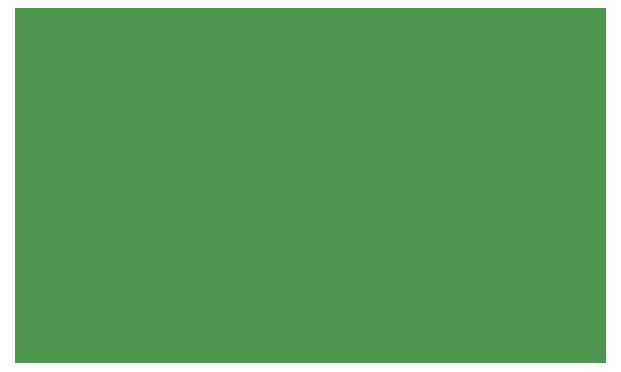
<source format=gbr>
%FSLAX46Y46*%
%MOMM*%
%LPD*%
G01*
%ADD10C,0.050000*%
D10*
%LPD*%
G36*
X0070000000Y0050000000D02*
X0070000000Y0050000000D01*
X0020000000Y0050000000D01*
X0020000000Y0080000000D01*
X0070000000Y0080000000D01*
G37*
M02*

</source>
